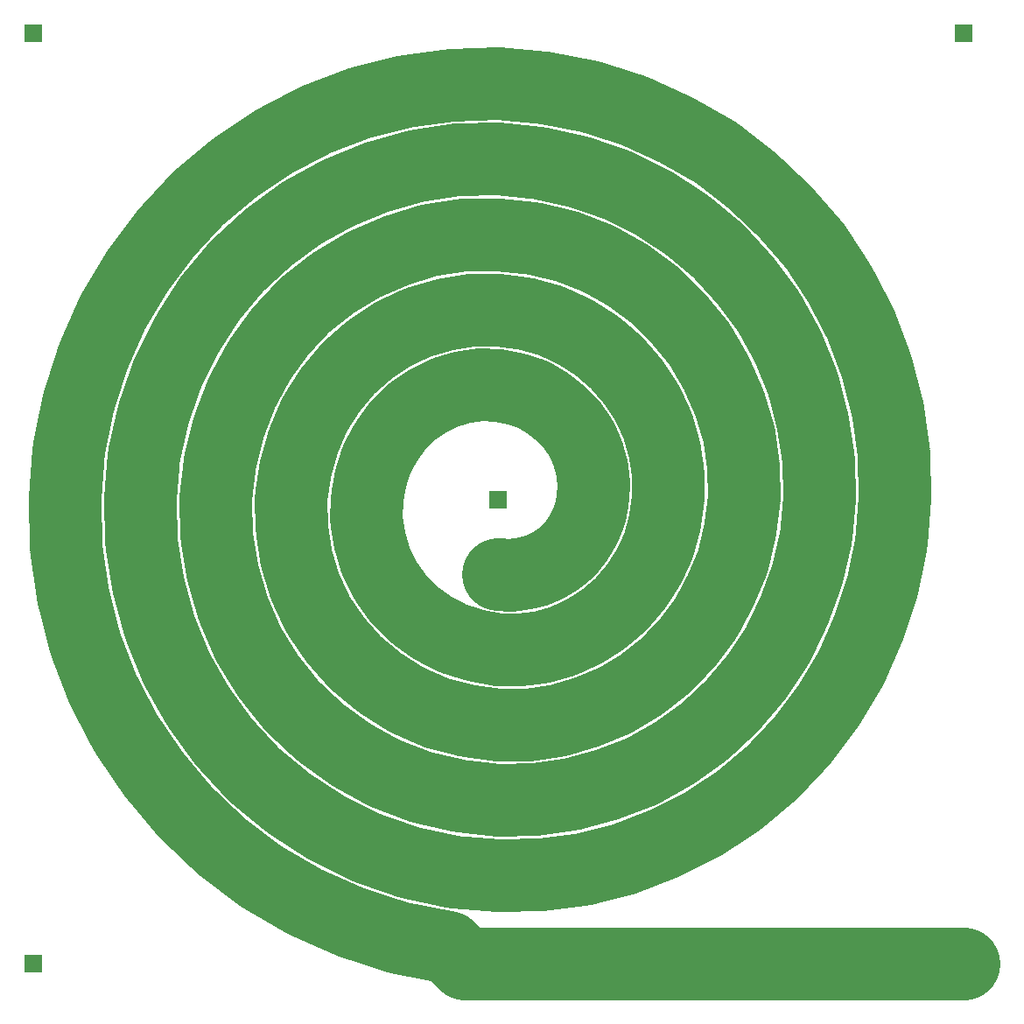
<source format=gbr>
%TF.GenerationSoftware,KiCad,Pcbnew,6.0.2+dfsg-1*%
%TF.CreationDate,2023-08-17T18:16:07-04:00*%
%TF.ProjectId,Tesla-Pri,5465736c-612d-4507-9269-2e6b69636164,rev?*%
%TF.SameCoordinates,Original*%
%TF.FileFunction,Copper,L1,Top*%
%TF.FilePolarity,Positive*%
%FSLAX46Y46*%
G04 Gerber Fmt 4.6, Leading zero omitted, Abs format (unit mm)*
G04 Created by KiCad (PCBNEW 6.0.2+dfsg-1) date 2023-08-17 18:16:07*
%MOMM*%
%LPD*%
G01*
G04 APERTURE LIST*
%TA.AperFunction,ComponentPad*%
%ADD10R,1.700000X1.700000*%
%TD*%
%TA.AperFunction,ViaPad*%
%ADD11C,5.000000*%
%TD*%
%TA.AperFunction,Conductor*%
%ADD12C,7.000000*%
%TD*%
%TA.AperFunction,Conductor*%
%ADD13C,2.000000*%
%TD*%
G04 APERTURE END LIST*
D10*
%TO.P,,1*%
%TO.N,Net-(J1-Pad1)*%
X160000000Y-150000000D03*
%TD*%
%TO.P,,1*%
%TO.N,N/C*%
X160000000Y-60000000D03*
%TD*%
%TO.P,,1*%
%TO.N,N/C*%
X114960400Y-105174200D03*
%TD*%
%TO.P,,1*%
%TO.N,Net-(J1-Pad1)*%
X70000000Y-150000000D03*
%TD*%
%TO.P,,1*%
%TO.N,N/C*%
X70000000Y-60000000D03*
%TD*%
D11*
%TO.N,Net-(J1-Pad1)*%
X114615675Y-112329675D03*
%TD*%
D12*
%TO.N,Net-(J1-Pad1)*%
X110617333Y-141094513D02*
X115000000Y-141500000D01*
X116684408Y-94365066D02*
X115000000Y-94050000D01*
X131078049Y-100279059D02*
X130393454Y-97970045D01*
X149059841Y-121402355D02*
X150805203Y-117528782D01*
X144850859Y-112357576D02*
X145659432Y-108722729D01*
X81571120Y-131658643D02*
X84673958Y-135326042D01*
X102202028Y-107027000D02*
X102503117Y-109060483D01*
X121791698Y-109934457D02*
X122642608Y-108894104D01*
X91354576Y-131690166D02*
X94664374Y-134461240D01*
X117573634Y-87099979D02*
X115000000Y-86750000D01*
X139955403Y-122225471D02*
X141974056Y-119157076D01*
X128040115Y-93700676D02*
X126407972Y-91834499D01*
X103129566Y-111048288D02*
X104074225Y-112938040D01*
X115000000Y-134200000D02*
X118536593Y-134126460D01*
X134921735Y-127486990D02*
X137592070Y-125014827D01*
X123832403Y-106398915D02*
X124125000Y-105000000D01*
X89675866Y-82564775D02*
X87040706Y-85701093D01*
X88178805Y-138632715D02*
X92043766Y-141534637D01*
X137622788Y-111061758D02*
X138371247Y-108076883D01*
X117101408Y-119615613D02*
X119206779Y-119326975D01*
X132194193Y-69295891D02*
X128131542Y-67472210D01*
X94997717Y-125002283D02*
X97687079Y-127562638D01*
X109780244Y-94755652D02*
X108134668Y-95550682D01*
X110601143Y-118538290D02*
X112744606Y-119239997D01*
X97191886Y-96867307D02*
X96056556Y-99437703D01*
X100662940Y-145972964D02*
X105311597Y-147447665D01*
X122374561Y-88851965D02*
X120048135Y-87807630D01*
X118536593Y-134126460D02*
X122055210Y-133624112D01*
X131986228Y-129608800D02*
X134921735Y-127486990D01*
X107211913Y-87946467D02*
X104774516Y-89088837D01*
X118942708Y-72528875D02*
X115000000Y-72150000D01*
X102503117Y-109060483D02*
X103129566Y-111048288D01*
X139545457Y-74220970D02*
X136014317Y-71555906D01*
X123331255Y-107706989D02*
X123832403Y-106398915D01*
X107071288Y-72831951D02*
X103201886Y-73890931D01*
X152954483Y-109276443D02*
X153325000Y-105000000D01*
X111645205Y-79517802D02*
X108308449Y-80026793D01*
X80010634Y-83014724D02*
X77651623Y-87013969D01*
X84673958Y-135326042D02*
X88178805Y-138632715D01*
X96286389Y-113546220D02*
X97553549Y-116212153D01*
X106332171Y-140166766D02*
X110617333Y-141094513D01*
X153213558Y-100694366D02*
X152618290Y-96413871D01*
X82794127Y-79316674D02*
X80010634Y-83014724D01*
X112744606Y-119239997D02*
X115000000Y-119600000D01*
X146025000Y-105000000D02*
X145938154Y-101243428D01*
X141110746Y-86977053D02*
X138853022Y-83868066D01*
X82184526Y-117445268D02*
X83799595Y-121375236D01*
X98983233Y-84126543D02*
X96288187Y-86288187D01*
X141454632Y-131454632D02*
X144352188Y-128407589D01*
X105047839Y-80973358D02*
X101920833Y-82346219D01*
X106611946Y-96611946D02*
X105255390Y-97920127D01*
X80717181Y-100837312D02*
X80325000Y-105000000D01*
X100455256Y-92396908D02*
X98670122Y-94505424D01*
X124192909Y-103543986D02*
X124025526Y-102067429D01*
X92043766Y-141534637D02*
X96222132Y-143992646D01*
X124025526Y-102067429D02*
X123618261Y-100608777D01*
X153325000Y-105000000D02*
X153213558Y-100694366D01*
X103201886Y-73890931D02*
X99472884Y-75415552D01*
X118315093Y-79819366D02*
X115000000Y-79450000D01*
X141974056Y-119157076D02*
X143615093Y-115852273D01*
X104774516Y-89088837D02*
X102505555Y-90580642D01*
X152618290Y-96413871D02*
X151543454Y-92212892D01*
X120746861Y-126447578D02*
X123555366Y-125654482D01*
X123876201Y-66110822D02*
X119480778Y-65231992D01*
X73418467Y-100314886D02*
X73025000Y-105000000D01*
D13*
X113792000Y-148590000D02*
X110305494Y-148590000D01*
D12*
X119722636Y-95731305D02*
X118270945Y-94933067D01*
X115000000Y-72150000D02*
X111023449Y-72250152D01*
X130090942Y-85333101D02*
X127470833Y-83399883D01*
X145575195Y-80617095D02*
X142745102Y-77254898D01*
X94925000Y-105000000D02*
X94965114Y-107880582D01*
X115000000Y-64850000D02*
X110490031Y-64972917D01*
X138210393Y-98780794D02*
X137340562Y-95746236D01*
X97687079Y-127562638D02*
X100704167Y-129761110D01*
X121271823Y-118733376D02*
X123252145Y-117840588D01*
X94664374Y-134461240D02*
X98298564Y-136821927D01*
X145396080Y-97508039D02*
X144402665Y-93849040D01*
X115000000Y-112300000D02*
X116170521Y-112390378D01*
X131093597Y-107313910D02*
X131425000Y-105000000D01*
X134425587Y-90094223D02*
X132421343Y-87578657D01*
X96288187Y-86288187D02*
X93885231Y-88798068D01*
X102225000Y-105000000D02*
X102202028Y-107027000D01*
X91819387Y-91616667D02*
X90130318Y-94698640D01*
X85885363Y-125096383D02*
X88414913Y-128552331D01*
X138371247Y-108076883D02*
X138725000Y-105000000D01*
X117368615Y-112289848D02*
X118562690Y-111992174D01*
X105321476Y-114678524D02*
X106847419Y-116221066D01*
X129487957Y-111616428D02*
X130441295Y-109533973D01*
X117878374Y-126863425D02*
X120746861Y-126447578D01*
X87708415Y-108593005D02*
X88263978Y-112163895D01*
X138245036Y-134148353D02*
X141454632Y-131454632D01*
X108923541Y-125694519D02*
X111906916Y-126512869D01*
X124125000Y-105000000D02*
X124192909Y-103543986D01*
X76712041Y-123438509D02*
X78906869Y-127678817D01*
X131062996Y-138355155D02*
X134765942Y-136457316D01*
X81605203Y-96768922D02*
X80717181Y-100837312D01*
X149999423Y-88145166D02*
X148002588Y-84263100D01*
X81059982Y-113365463D02*
X82184526Y-117445268D01*
X124602962Y-81816398D02*
X121534102Y-80614398D01*
X133262189Y-78542651D02*
X130005196Y-76409987D01*
X111503473Y-94238796D02*
X109780244Y-94755652D01*
X102505555Y-90580642D02*
X100455256Y-92396908D01*
X113258493Y-94004560D02*
X111503473Y-94238796D01*
X131422038Y-102638867D02*
X131078049Y-100279059D01*
X89287278Y-115650558D02*
X90765722Y-118991667D01*
X115000000Y-94050000D02*
X113258493Y-94004560D01*
X128794788Y-122977717D02*
X131130873Y-121130873D01*
X123618261Y-100608777D02*
X122972862Y-99207376D01*
X152109935Y-113470100D02*
X152954483Y-109276443D01*
X136225026Y-81041898D02*
X133262189Y-78542651D01*
X88263978Y-112163895D02*
X89287278Y-115650558D01*
X99201399Y-118689566D02*
X101201787Y-120923987D01*
X111715494Y-150000000D02*
X110110551Y-148395057D01*
X111208486Y-133799408D02*
X115000000Y-134200000D01*
X105255390Y-97920127D02*
X104105218Y-99448831D01*
X92678673Y-122127756D02*
X94997717Y-125002283D01*
X136497522Y-113904565D02*
X137622788Y-111061758D01*
X135019621Y-116558333D02*
X136497522Y-113904565D01*
X121534102Y-80614398D02*
X118315093Y-79819366D01*
X120807114Y-110807114D02*
X121791698Y-109934457D01*
X151543454Y-92212892D02*
X149999423Y-88145166D01*
X137340562Y-95746236D02*
X136073285Y-92833333D01*
X97553549Y-116212153D02*
X99201399Y-118689566D01*
X119719916Y-111496406D02*
X120807114Y-110807114D01*
X122794327Y-73377172D02*
X118942708Y-72528875D01*
X83799595Y-121375236D02*
X85885363Y-125096383D01*
X136014317Y-71555906D02*
X132194193Y-69295891D01*
X130005196Y-76409987D02*
X126499427Y-74678502D01*
X119480778Y-65231992D02*
X115000000Y-64850000D01*
X88414913Y-128552331D02*
X91354576Y-131690166D01*
X87040706Y-85701093D02*
X84794030Y-89146684D01*
X107521208Y-132911232D02*
X111208486Y-133799408D01*
X124507906Y-90205409D02*
X122374561Y-88851965D01*
X115000000Y-86750000D02*
X112379143Y-86771538D01*
X102562535Y-103030099D02*
X102225000Y-105000000D01*
X80438459Y-109196531D02*
X81059982Y-113365463D01*
X115000000Y-119600000D02*
X117101408Y-119615613D01*
X101920833Y-82346219D02*
X98983233Y-84126543D01*
X74331579Y-95717698D02*
X73418467Y-100314886D01*
X148002588Y-84263100D02*
X145575195Y-80617095D01*
X78906869Y-127678817D02*
X81571120Y-131658643D01*
X119206779Y-119326975D02*
X121271823Y-118733376D01*
X144352188Y-128407589D02*
X146898822Y-125043358D01*
X128131542Y-67472210D02*
X123876201Y-66110822D01*
X126499427Y-74678502D02*
X122794327Y-73377172D01*
X92657867Y-79780946D02*
X89675866Y-82564775D01*
X128830877Y-131352534D02*
X131986228Y-129608800D01*
X145938154Y-101243428D02*
X145396080Y-97508039D01*
X95419801Y-110749265D02*
X96286389Y-113546220D01*
X116170521Y-112390378D02*
X117368615Y-112289848D01*
X95940335Y-77387309D02*
X92657867Y-79780946D01*
X101201787Y-120923987D02*
X103518755Y-122865166D01*
X103197389Y-101165099D02*
X102562535Y-103030099D01*
X119101299Y-141400033D02*
X123180028Y-140839046D01*
X142968491Y-90321004D02*
X141110746Y-86977053D01*
X126786258Y-115212851D02*
X128259303Y-113521237D01*
X94965114Y-107880582D02*
X95419801Y-110749265D01*
X121007165Y-96731846D02*
X119722636Y-95731305D01*
X127184348Y-139820867D02*
X131062996Y-138355155D01*
X128259303Y-113521237D02*
X129487957Y-111616428D01*
X98670122Y-94505424D02*
X97191886Y-96867307D01*
X73823223Y-114398331D02*
X75011371Y-118992626D01*
X145659432Y-108722729D02*
X146025000Y-105000000D01*
X96222132Y-143992646D02*
X100662940Y-145972964D01*
X90130318Y-94698640D02*
X88851583Y-97993553D01*
X142745102Y-77254898D02*
X139545457Y-74220970D01*
X88851583Y-97993553D02*
X88009979Y-101446696D01*
X96056556Y-99437703D02*
X95293555Y-102166641D01*
X95293555Y-102166641D02*
X94925000Y-105000000D01*
X131425000Y-105000000D02*
X131422038Y-102638867D01*
X144402665Y-93849040D02*
X142968491Y-90321004D01*
X93885231Y-88798068D02*
X91819387Y-91616667D01*
X93292141Y-70452141D02*
X89479226Y-72997962D01*
X115000000Y-126900000D02*
X117878374Y-126863425D01*
X122642608Y-108894104D02*
X123331255Y-107706989D01*
X90765722Y-118991667D02*
X92678673Y-122127756D01*
X126407972Y-91834499D02*
X124507906Y-90205409D01*
X104105218Y-99448831D02*
X103197389Y-101165099D01*
X80325000Y-105000000D02*
X80438459Y-109196531D01*
X112379143Y-86771538D02*
X109764897Y-87170876D01*
X108620299Y-117520869D02*
X110601143Y-118538290D01*
X134765942Y-136457316D02*
X138245036Y-134148353D01*
D13*
X110305494Y-148590000D02*
X110110551Y-148395057D01*
D12*
X106007770Y-65602467D02*
X101610133Y-66733958D01*
X123555366Y-125654482D02*
X126254167Y-124492788D01*
X146898822Y-125043358D02*
X149059841Y-121402355D01*
X99472884Y-75415552D02*
X95940335Y-77387309D01*
X82972097Y-92853419D02*
X81605203Y-96768922D01*
X123180028Y-140839046D02*
X127184348Y-139820867D01*
X138672812Y-101883415D02*
X138210393Y-98780794D01*
X111023449Y-72250152D02*
X107071288Y-72831951D01*
X150805203Y-117528782D02*
X152109935Y-113470100D01*
X88009979Y-101446696D02*
X87625000Y-105000000D01*
X118562690Y-111992174D02*
X119719916Y-111496406D01*
X103518755Y-122865166D02*
X106109175Y-124468192D01*
X118270945Y-94933067D02*
X116684408Y-94365066D01*
X75749623Y-91265699D02*
X74331579Y-95717698D01*
X125503806Y-132696260D02*
X128830877Y-131352534D01*
X89479226Y-72997962D02*
X85964428Y-75964428D01*
X130441295Y-109533973D02*
X131093597Y-107313910D01*
X108134668Y-95550682D02*
X106611946Y-96611946D01*
X85964428Y-75964428D02*
X82794127Y-79316674D01*
X73159393Y-109714304D02*
X73823223Y-114398331D01*
X98298564Y-136821927D02*
X102206265Y-138734307D01*
X115000000Y-79450000D02*
X111645205Y-79517802D01*
X122055210Y-133624112D02*
X125503806Y-132696260D01*
X125104203Y-116660872D02*
X126786258Y-115212851D01*
X130393454Y-97970045D02*
X129375876Y-95761186D01*
X160000000Y-150000000D02*
X111715494Y-150000000D01*
X129375876Y-95761186D02*
X128040115Y-93700676D01*
X75011371Y-118992626D02*
X76712041Y-123438509D01*
X84794030Y-89146684D02*
X82972097Y-92853419D01*
X77651623Y-87013969D02*
X75749623Y-91265699D01*
X143615093Y-115852273D02*
X144850859Y-112357576D01*
X97353328Y-68356309D02*
X93292141Y-70452141D01*
X108308449Y-80026793D02*
X105047839Y-80973358D01*
X111906916Y-126512869D02*
X115000000Y-126900000D01*
X122972862Y-99207376D02*
X122097584Y-97902416D01*
X120048135Y-87807630D02*
X117573634Y-87099979D01*
X104074225Y-112938040D02*
X105321476Y-114678524D01*
X110490031Y-64972917D02*
X106007770Y-65602467D01*
X133219029Y-118979953D02*
X135019621Y-116558333D01*
X122097584Y-97902416D02*
X121007165Y-96731846D01*
X73025000Y-105000000D02*
X73159393Y-109714304D01*
X136073285Y-92833333D02*
X134425587Y-90094223D01*
X131130873Y-121130873D02*
X133219029Y-118979953D01*
X138853022Y-83868066D02*
X136225026Y-81041898D01*
X123252145Y-117840588D02*
X125104203Y-116660872D01*
X101610133Y-66733958D02*
X97353328Y-68356309D01*
X106109175Y-124468192D02*
X108923541Y-125694519D01*
X127470833Y-83399883D02*
X124602962Y-81816398D01*
X115000000Y-141500000D02*
X119101299Y-141400033D01*
X132421343Y-87578657D02*
X130090942Y-85333101D01*
X87625000Y-105000000D02*
X87708415Y-108593005D01*
X126254167Y-124492788D02*
X128794788Y-122977717D01*
X102206265Y-138734307D02*
X106332171Y-140166766D01*
X109764897Y-87170876D02*
X107211913Y-87946467D01*
X138725000Y-105000000D02*
X138672812Y-101883415D01*
X100704167Y-129761110D02*
X104000243Y-131555762D01*
X106847419Y-116221066D02*
X108620299Y-117520869D01*
X104000243Y-131555762D02*
X107521208Y-132911232D01*
X137592070Y-125014827D02*
X139955403Y-122225471D01*
X105311597Y-147447665D02*
X110110551Y-148395057D01*
%TD*%
M02*

</source>
